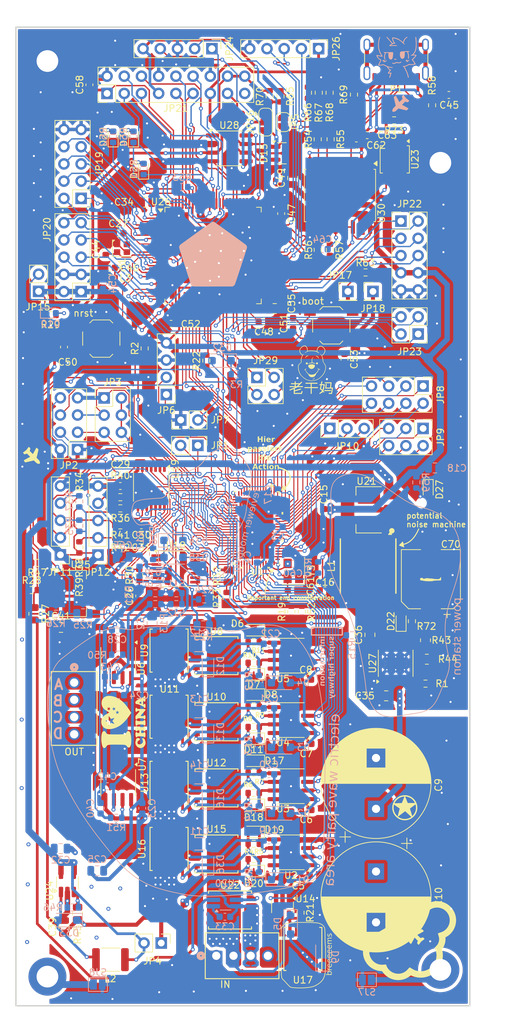
<source format=kicad_pcb>
(kicad_pcb
	(version 20241229)
	(generator "pcbnew")
	(generator_version "9.0")
	(general
		(thickness 1.6)
		(legacy_teardrops no)
	)
	(paper "A4")
	(title_block
		(title "fsim_ff")
		(date "2025-03-06")
		(rev "1")
		(company "FaSTTUBe")
	)
	(layers
		(0 "F.Cu" signal)
		(4 "In1.Cu" signal)
		(6 "In2.Cu" signal)
		(2 "B.Cu" signal)
		(9 "F.Adhes" user "F.Adhesive")
		(11 "B.Adhes" user "B.Adhesive")
		(13 "F.Paste" user)
		(15 "B.Paste" user)
		(5 "F.SilkS" user "F.Silkscreen")
		(7 "B.SilkS" user "B.Silkscreen")
		(1 "F.Mask" user)
		(3 "B.Mask" user)
		(17 "Dwgs.User" user "User.Drawings")
		(19 "Cmts.User" user "User.Comments")
		(21 "Eco1.User" user "User.Eco1")
		(23 "Eco2.User" user "User.Eco2")
		(25 "Edge.Cuts" user)
		(27 "Margin" user)
		(31 "F.CrtYd" user "F.Courtyard")
		(29 "B.CrtYd" user "B.Courtyard")
		(35 "F.Fab" user)
		(33 "B.Fab" user)
		(39 "User.1" user)
		(41 "User.2" user)
		(43 "User.3" user)
		(45 "User.4" user)
	)
	(setup
		(stackup
			(layer "F.SilkS"
				(type "Top Silk Screen")
			)
			(layer "F.Paste"
				(type "Top Solder Paste")
			)
			(layer "F.Mask"
				(type "Top Solder Mask")
				(thickness 0.01)
			)
			(layer "F.Cu"
				(type "copper")
				(thickness 0.035)
			)
			(layer "dielectric 1"
				(type "prepreg")
				(thickness 0.1)
				(material "FR4")
				(epsilon_r 4.5)
				(loss_tangent 0.02)
			)
			(layer "In1.Cu"
				(type "copper")
				(thickness 0.035)
			)
			(layer "dielectric 2"
				(type "core")
				(thickness 1.24)
				(material "FR4")
				(epsilon_r 4.5)
				(loss_tangent 0.02)
			)
			(layer "In2.Cu"
				(type "copper")
				(thickness 0.035)
			)
			(layer "dielectric 3"
				(type "prepreg")
				(thickness 0.1)
				(material "FR4")
				(epsilon_r 4.5)
				(loss_tangent 0.02)
			)
			(layer "B.Cu"
				(type "copper")
				(thickness 0.035)
			)
			(layer "B.Mask"
				(type "Bottom Solder Mask")
				(thickness 0.01)
			)
			(layer "B.Paste"
				(type "Bottom Solder Paste")
			)
			(layer "B.SilkS"
				(type "Bottom Silk Screen")
			)
			(copper_finish "None")
			(dielectric_constraints no)
		)
		(pad_to_mask_clearance 0)
		(allow_soldermask_bridges_in_footprints no)
		(tenting front back)
		(pcbplotparams
			(layerselection 0x00000000_00000000_55555555_5755f5ff)
			(plot_on_all_layers_selection 0x00000000_00000000_00000000_00000000)
			(disableapertmacros no)
			(usegerberextensions no)
			(usegerberattributes yes)
			(usegerberadvancedattributes yes)
			(creategerberjobfile yes)
			(dashed_line_dash_ratio 12.000000)
			(dashed_line_gap_ratio 3.000000)
			(svgprecision 4)
			(plotframeref no)
			(mode 1)
			(useauxorigin no)
			(hpglpennumber 1)
			(hpglpenspeed 20)
			(hpglpendiameter 15.000000)
			(pdf_front_fp_property_popups yes)
			(pdf_back_fp_property_popups yes)
			(pdf_metadata yes)
			(pdf_single_document no)
			(dxfpolygonmode yes)
			(dxfimperialunits yes)
			(dxfusepcbnewfont yes)
			(psnegative no)
			(psa4output no)
			(plot_black_and_white yes)
			(plotinvisibletext no)
			(sketchpadsonfab no)
			(plotpadnumbers no)
			(hidednponfab no)
			(sketchdnponfab yes)
			(crossoutdnponfab yes)
			(subtractmaskfromsilk no)
			(outputformat 1)
			(mirror no)
			(drillshape 0)
			(scaleselection 1)
			(outputdirectory "C:/Users/georg/Downloads/fsimff_v0.1/")
		)
	)
	(net 0 "")
	(net 1 "GND")
	(net 2 "+3V3")
	(net 3 "+5V")
	(net 4 "Net-(U30-PDEN)")
	(net 5 "/brains/GND_USB")
	(net 6 "Net-(P1-CC)")
	(net 7 "Net-(P1-VCONN)")
	(net 8 "Net-(U1B-VCCCORE1)")
	(net 9 "5V_SENSE")
	(net 10 "GNDA")
	(net 11 "V_GD")
	(net 12 "GNDI")
	(net 13 "Net-(U27-SW)")
	(net 14 "Net-(D32-A)")
	(net 15 "V+")
	(net 16 "MOT_D")
	(net 17 "MOT_B")
	(net 18 "2.5V_REF")
	(net 19 "/brains/OSC+")
	(net 20 "Net-(U20-VCAP)")
	(net 21 "V_MOT_IN")
	(net 22 "Net-(U27-BST)")
	(net 23 "Net-(D33-A)")
	(net 24 "Net-(D22-K)")
	(net 25 "Net-(U7-VREF)")
	(net 26 "Net-(U6-VREF)")
	(net 27 "/brains/OSC-")
	(net 28 "/brains/USB_SHIELD")
	(net 29 "/brains/VDDA")
	(net 30 "Net-(U26C-VCAP_2)")
	(net 31 "Net-(U26C-VCAP_1)")
	(net 32 "/brains/BUTTON_A")
	(net 33 "/brains/E_STOP")
	(net 34 "/brains/USB_VBUS_IN")
	(net 35 "Net-(D27-A)")
	(net 36 "Net-(D28-A)")
	(net 37 "Net-(D29-A)")
	(net 38 "Net-(D30-A)")
	(net 39 "ENO")
	(net 40 "AGPI_A")
	(net 41 "AENC_WY_N")
	(net 42 "AENC_UX_N")
	(net 43 "AENC_WY")
	(net 44 "AENC_VN")
	(net 45 "AENC_UX")
	(net 46 "AENC_VN_N")
	(net 47 "ENABLE")
	(net 48 "GPIO0")
	(net 49 "GPIO3")
	(net 50 "GPIO2")
	(net 51 "GPIO4")
	(net 52 "GPIO6")
	(net 53 "GPIO7")
	(net 54 "GPIO1")
	(net 55 "GPIO5")
	(net 56 "Net-(JP12-Pin_2)")
	(net 57 "Net-(JP12-Pin_4)")
	(net 58 "Net-(JP12-Pin_3)")
	(net 59 "/brains/BOOT0")
	(net 60 "/brains/DIN4")
	(net 61 "/brains/DIN3")
	(net 62 "/brains/DIN7")
	(net 63 "/brains/DIN6")
	(net 64 "/brains/DIN5")
	(net 65 "/brains/DIN2")
	(net 66 "/brains/DIN1")
	(net 67 "/brains/DIN0")
	(net 68 "/brains/AIN4")
	(net 69 "/brains/AIN1")
	(net 70 "/brains/AIN3")
	(net 71 "/brains/AIN5")
	(net 72 "/brains/AIN2")
	(net 73 "/brains/AIN0")
	(net 74 "/brains/CANL")
	(net 75 "unconnected-(U26A-PD3-Pad84)")
	(net 76 "/brains/SWO")
	(net 77 "/brains/UART1_TX")
	(net 78 "/brains/UART1_RX")
	(net 79 "unconnected-(U26A-PD2-Pad83)")
	(net 80 "/brains/GPIO2")
	(net 81 "/brains/GPIO1")
	(net 82 "/brains/I2C_SDA")
	(net 83 "/brains/GPIO3")
	(net 84 "/brains/I2C_SCL")
	(net 85 "unconnected-(U26A-PC11-Pad79)")
	(net 86 "unconnected-(U26A-PC12-Pad80)")
	(net 87 "unconnected-(JP21-Pin_17-Pad17)")
	(net 88 "/brains/CANH")
	(net 89 "unconnected-(U26A-PC10-Pad78)")
	(net 90 "unconnected-(U26A-PA15-Pad77)")
	(net 91 "/brains/SPI2_SCK")
	(net 92 "/brains/SPI2_MISO")
	(net 93 "/brains/SPI2_MOSI")
	(net 94 "/brains/SPI2_SS3")
	(net 95 "/brains/SPI2_SS2")
	(net 96 "/brains/SPI2_SS")
	(net 97 "/brains/GPIO7")
	(net 98 "/brains/GPIO6")
	(net 99 "/brains/GPIO8")
	(net 100 "/brains/GPIO5")
	(net 101 "/brains/PWM2")
	(net 102 "/brains/PWM4")
	(net 103 "/brains/PWM3")
	(net 104 "/brains/PWM1")
	(net 105 "/brains/SWDIO")
	(net 106 "/brains/SWCLK")
	(net 107 "BRAKE_RES_COMP")
	(net 108 "BRAKE_CTRL_EXT")
	(net 109 "2.5V_REF_RAW")
	(net 110 "Net-(U27-RON)")
	(net 111 "Net-(U24-FB)")
	(net 112 "Net-(U6-VOUT)")
	(net 113 "Net-(U7-VOUT)")
	(net 114 "Net-(U30-UD+)")
	(net 115 "Net-(U30-UD-)")
	(net 116 "Net-(U30-DD+)")
	(net 117 "/brains/LED1")
	(net 118 "/brains/LED2")
	(net 119 "/brains/LED3")
	(net 120 "/brains/CAN_S")
	(net 121 "unconnected-(U26A-PD14-Pad61)")
	(net 122 "unconnected-(U26A-PD11-Pad58)")
	(net 123 "unconnected-(U26A-PD10-Pad57)")
	(net 124 "unconnected-(U26B-PE15-Pad46)")
	(net 125 "unconnected-(U26A-PD12-Pad59)")
	(net 126 "/brains/CAN_RX")
	(net 127 "unconnected-(U26A-PC9-Pad66)")
	(net 128 "/brains/USB_D-")
	(net 129 "unconnected-(U26A-PA10-Pad69)")
	(net 130 "unconnected-(U26A-PA8-Pad67)")
	(net 131 "/brains/CAN_TX")
	(net 132 "unconnected-(U26A-PC8-Pad65)")
	(net 133 "unconnected-(U26A-PD13-Pad60)")
	(net 134 "/brains/USB_D+")
	(net 135 "UART_RX")
	(net 136 "Net-(D1-K)")
	(net 137 "REF_L")
	(net 138 "ENC2_A")
	(net 139 "HALL_V")
	(net 140 "HALL_WY")
	(net 141 "ENC_B")
	(net 142 "DIR")
	(net 143 "ENC_Z")
	(net 144 "PWM_I")
	(net 145 "V_INT_TMC")
	(net 146 "MISO")
	(net 147 "ENC2_Z")
	(net 148 "ENC2_B")
	(net 149 "MOSI")
	(net 150 "SCK")
	(net 151 "UART_TX")
	(net 152 "REF_R")
	(net 153 "REF_H")
	(net 154 "AGPI_B")
	(net 155 "ENC_A")
	(net 156 "HALL_UX")
	(net 157 "CS_TMC")
	(net 158 "STEP")
	(net 159 "NRST")
	(net 160 "DRV_FLAG")
	(net 161 "DRV_EN")
	(net 162 "V_INT")
	(net 163 "V_EXT")
	(net 164 "unconnected-(U26A-PB0-Pad35)")
	(net 165 "unconnected-(U26A-PB1-Pad36)")
	(net 166 "GPIO_DRV")
	(net 167 "/brains/ENC_Z")
	(net 168 "/brains/ENC_A")
	(net 169 "/brains/ENC_B")
	(net 170 "Net-(D2-K)")
	(net 171 "Net-(D3-K)")
	(net 172 "Net-(D4-K)")
	(net 173 "RES_FET")
	(net 174 "Net-(D10-A)")
	(net 175 "Net-(D6-K)")
	(net 176 "Net-(D7-K)")
	(net 177 "Net-(D8-K)")
	(net 178 "Net-(D11-K)")
	(net 179 "Net-(D17-K)")
	(net 180 "Net-(D18-K)")
	(net 181 "Net-(D19-K)")
	(net 182 "Net-(D20-K)")
	(net 183 "unconnected-(Y3-ENABLE-Pad1)")
	(net 184 "Net-(H3-Pad1)")
	(net 185 "Net-(H4-Pad1)")
	(net 186 "MOT_A_OUT")
	(net 187 "MOT_C_OUT")
	(net 188 "/brains/USB_D+_IS")
	(net 189 "/brains/USB_D-_IS")
	(net 190 "Net-(U30-DD-)")
	(net 191 "USB_VBUS")
	(net 192 "/driver/MOT_C")
	(net 193 "/driver/MOT_A")
	(net 194 "/driver/SENSE_A")
	(net 195 "/connectivity/HALL_UX_5V")
	(net 196 "/connectivity/HALL_V_5V")
	(net 197 "/connectivity/HALL_WY_5V")
	(net 198 "/driver/SENSE_C")
	(net 199 "/driver/CLK_25M")
	(net 200 "/driver/G_LS_A")
	(net 201 "/driver/G_HS_A")
	(net 202 "/driver/G_LS_B")
	(net 203 "/driver/G_HS_B")
	(net 204 "/driver/G_HS_C")
	(net 205 "/driver/G_LS_C")
	(net 206 "/driver/G_LS_D")
	(net 207 "/driver/G_HS_D")
	(net 208 "/driver/BRAKE_CTRL")
	(net 209 "/driver/BRAKE_CTRL_TMC")
	(net 210 "/connectivity/ENC_B_5V")
	(net 211 "/connectivity/ENC_Z_5V")
	(net 212 "/connectivity/ENC_A_5V")
	(net 213 "/driver/2.5V_REF_C")
	(net 214 "/driver/2.5V_REF_A")
	(net 215 "/driver/BRAKE_GATE")
	(net 216 "/connectivity/V_INT_TMC_RAW")
	(net 217 "/connectivity/TH_FET")
	(net 218 "/connectivity/BRAKE_RES_TH")
	(net 219 "/driver/C_HS_C")
	(net 220 "/driver/C_LS_B")
	(net 221 "/driver/C_LS_D")
	(net 222 "/driver/C_LS_C")
	(net 223 "/driver/C_LS_A")
	(net 224 "/driver/C_HS_A")
	(net 225 "/driver/C_HS_D")
	(net 226 "/driver/C_HS_B")
	(net 227 "/powersupply/INPUT_GATE")
	(net 228 "/brains/VREF")
	(net 229 "Net-(JP16-B)")
	(net 230 "Net-(JP5-C)")
	(net 231 "Net-(U27-FB)")
	(net 232 "Net-(U27-PGOOD)")
	(net 233 "Net-(R73-Pad2)")
	(footprint "Capacitor_SMD:CP_Elec_8x10.5" (layer "F.Cu") (at 124.6 119.4 90))
	(footprint "Capacitor_SMD:C_0603_1608Metric" (layer "F.Cu") (at 76.6 70.8 -90))
	(footprint "Resistor_SMD:R_0805_2012Metric" (layer "F.Cu") (at 124 131.2 180))
	(footprint "LOGO" (layer "F.Cu") (at 92.45 71.45))
	(footprint "Connector_PinHeader_2.54mm:PinHeader_1x01_P2.54mm_Vertical" (layer "F.Cu") (at 112.35 76.975))
	(footprint "Capacitor_THT:CP_Radial_D16.0mm_P7.50mm" (layer "F.Cu") (at 116.5 153.262755 90))
	(footprint "Button_Switch_SMD:SW_SPST_TL3342" (layer "F.Cu") (at 75.95 83.925))
	(footprint "Connector_PinHeader_2.54mm:PinHeader_2x05_P2.54mm_Vertical" (layer "F.Cu") (at 72.975 77 180))
	(footprint "Diode_SMD:D_SOD-323F" (layer "F.Cu") (at 98.45 162.425 180))
	(footprint "Resistor_SMD:R_0805_2012Metric" (layer "F.Cu") (at 72.45 168.675 -90))
	(footprint "LED_SMD:LED_0603_1608Metric" (layer "F.Cu") (at 82.2 58.925 90))
	(footprint "Resistor_SMD:R_0603_1608Metric" (layer "F.Cu") (at 113.25 47.95 90))
	(footprint "Resistor_SMD:R_0603_1608Metric" (layer "F.Cu") (at 94.45 122.175 90))
	(footprint "Package_TO_SOT_SMD:SOT-23-5_HandSoldering" (layer "F.Cu") (at 70.95 164.175 90))
	(footprint "LOGO" (layer "F.Cu") (at 120.15 49.25 180))
	(footprint "Connector_PinHeader_2.54mm:PinHeader_1x05_P2.54mm_Vertical" (layer "F.Cu") (at 92.275 41.175 -90))
	(footprint "Connector_PinHeader_2.54mm:PinHeader_1x04_P2.54mm_Vertical" (layer "F.Cu") (at 85.55 92.175 180))
	(footprint "Capacitor_THT:CP_Radial_D16.0mm_P7.50mm"
		(layer "F.Cu")
		(uuid "150f2595-6fa8-4c81-a751-43eb88e7a6f2")
		(at 116.5 162.5 -90)
		(descr "CP, Radial series, Radial, pin pitch=7.50mm, , diameter=16mm, Electrolytic Capacitor")
		(tags "CP Radial series Radial pin pitch 7.50mm  diameter 16mm Electrolytic Capacitor")
		(property "Reference" "C10"
			(at 3.75 -9.25 90)
			(layer "F.SilkS")
			(uuid "001c2586-c2b5-47db-b2e0-3c80586dbd77")
			(effects
				(font
					(size 1 1)
					(thickness 0.15)
				)
			)
		)
		(property "Value" "680uF"
			(at 3.75 9.25 90)
			(layer "F.Fab")
			(uuid "57427020-4436-4e3b-a0fd-23d368953a7c")
			(effects
				(font
					(size 1 1)
					(thickness 0.15)
				)
			)
		)
		(property "Datasheet" ""
			(at 0 0 270)
			(unlocked yes)
			(layer "F.Fab")
			(hide yes)
			(uuid "443d9bdb-7df0-4e2c-8f3e-4da543efbace")
			(effects
				(font
					(size 1.27 1.27)
					(thickness 0.15)
				)
			)
		)
		(property "Description" "Polarized capacitor"
			(at 0 0 270)
			(unlocked yes)
			(layer "F.Fab")
			(hide yes)
			(uuid "e5263740-0d28-4fa1-9e6e-703599ac163b")
			(effects
				(font
					(size 1.27 1.27)
					(thickness 0.15)
				)
			)
		)
		(property ki_fp_filters "CP_*")
		(path "/9ba6eb33-b9b4-4ffb-a0a4-9bdfa5f117d9/de14394b-5ce8-448e-b747-ee0df7bd6021")
		(sheetname "/driver/")
		(sheetfile "motor_board_tmc_1.kicad_sch")
		(attr through_hole)
		(fp_line
			(start 6.071 1.44)
			(end 6.071 7.742)
			(stroke
				(width 0.12)
				(type solid)
			)
			(layer "F.SilkS")
			(uuid "a5eae973-0997-4891-aec9-8f74184729d5")
		)
		(fp_line
			(start 6.111 1.44)
			(end 6.111 7.73)
			(stroke
				(width 0.12)
				(type solid)
			)
			(layer "F.SilkS")
			(uuid "ecea6b82-75b5-4312-98e2-53024e23ab94")
		)
		(fp_line
			(start 6.151 1.44)
			(end 6.151 7.718)
			(stroke
				(width 0.12)
				(type solid)
			)
			(layer "F.SilkS")
			(uuid "270fd885-35ea-40f5-822e-7fb30ab0d9bb")
		)
		(fp_line
			(start 6.191 1.44)
			(end 6.191 7.705)
			(stroke
				(width 0.12)
				(type solid)
			)
			(layer "F.SilkS")
			(uuid "17e4822e-7b08-49b6-9ca6-3b5ad35d2944")
		)
		(fp_line
			(start 6.231 1.44)
			(end 6.231 7.693)
			(stroke
				(width 0.12)
				(type solid)
			)
			(layer "F.SilkS")
			(uuid "bdcc89c7-7a21-45f3-9afe-fc3431f6c2aa")
		)
		(fp_line
			(start 6.271 1.44)
			(end 6.271 7.68)
			(stroke
				(width 0.12)
				(type solid)
			)
			(layer "F.SilkS")
			(uuid "4b536138-6e14-4a3d-acff-b86cbb19236b")
		)
		(fp_line
			(start 6.311 1.44)
			(end 6.311 7.666)
			(stroke
				(width 0.12)
				(type solid)
			)
			(layer "F.SilkS")
			(uuid "403758bb-296c-489c-8c79-42e6b32d7e9d")
		)
		(fp_line
			(start 6.351 1.44)
			(end 6.351 7.653)
			(stroke
				(width 0.12)
				(type solid)
			)
			(layer "F.SilkS")
			(uuid "fe432966-1b14-4844-aa4e-014b0351aac0")
		)
		(fp_line
			(start 6.391 1.44)
			(end 6.391 7.639)
			(stroke
				(width 0.12)
				(type solid)
			)
			(layer "F.SilkS")
			(uuid "7482afae-8b5e-42a5-8848-05c41a3834eb")
		)
		(fp_line
			(start 6.431 1.44)
			(end 6.431 7.625)
			(stroke
				(width 0.12)
				(type solid)
			)
			(layer "F.SilkS")
			(uuid "d3293ed8-9044-4b2c-9e46-41395919bc5a")
		)
		(fp_line
			(start 6.471 1.44)
			(end 6.471 7.611)
			(stroke
				(width 0.12)
				(type solid)
			)
			(layer "F.SilkS")
			(uuid "09125ee8-0e38-4040-a33d-ce29106e63d8")
		)
		(fp_line
			(start 6.511 1.44)
			(end 6.511 7.597)
			(stroke
				(width 0.12)
				(type solid)
			)
			(layer "F.SilkS")
			(uuid "942501c2-f4c2-41ea-b301-973325c04310")
		)
		(fp_line
			(start 6.551 1.44)
			(end 6.551 7.582)
			(stroke
				(width 0.12)
				(type solid)
			)
			(layer "F.SilkS")
			(uuid "68ff9f37-fa1d-4d2b-b079-7489762e551c")
		)
		(fp_line
			(start 6.591 1.44)
			(end 6.591 7.568)
			(stroke
				(width 0.12)
				(type solid)
			)
			(layer "F.SilkS")
			(uuid "ccac8cd0-80d0-4345-a145-39d34d769088")
		)
		(fp_line
			(start 6.631 1.44)
			(end 6.631 7.553)
			(stroke
				(width 0.12)
				(type solid)
			)
			(layer "F.SilkS")
			(uuid "a64d126e-86cf-4ebe-8c50-20c4d4d913ed")
		)
		(fp_line
			(start 6.671 1.44)
			(end 6.671 7.537)
			(stroke
				(width 0.12)
				(type solid)
			)
			(layer "F.SilkS")
			(uuid "73d78213-4ef2-4729-a72d-01c5bccbdb2e")
		)
		(fp_line
			(start 6.711 1.44)
			(end 6.711 7.522)
			(stroke
				(width 0.12)
				(type solid)
			)
			(layer "F.SilkS")
			(uuid "69193556-29a1-49d3-aa31-3770a8c4d79d")
		)
		(fp_line
			(start 6.751 1.44)
			(end 6.751 7.506)
			(stroke
				(width 0.12)
				(type solid)
			)
			(layer "F.SilkS")
			(uuid "e55b6141-3b83-4147-a34b-46926632b7e2")
		)
		(fp_line
			(start 6.791 1.44)
			(end 6.791 7.49)
			(stroke
				(width 0.12)
				(type solid)
			)
			(layer "F.SilkS")
			(uuid "e31b64fe-588c-4a72-941d-e9d670572a6e")
		)
		(fp_line
			(start 6.831 1.44)
			(end 6.831 7.474)
			(stroke
				(width 0.12)
				(type solid)
			)
			(layer "F.SilkS")
			(uuid "81a770e3-ad7b-408a-93a6-e65b627e787f")
		)
		(fp_line
			(start 6.871 1.44)
			(end 6.871 7.457)
			(stroke
				(width 0.12)
				(type solid)
			)
			(layer "F.SilkS")
			(uuid "0710183a-44ab-4e98-837c-c6bc627ab7d8")
		)
		(fp_line
			(start 6.911 1.44)
			(end 6.911 7.44)
			(stroke
				(width 0.12)
				(type solid)
			)
			(layer "F.SilkS")
			(uuid "62672cc8-3592-4857-9957-a5676106c91d")
		)
		(fp_line
			(start 6.951 1.44)
			(end 6.951 7.423)
			(stroke
				(width 0.12)
				(type solid)
			)
			(layer "F.SilkS")
			(uuid "1e3ab7c4-6ec5-4c1c-83c7-2eae8ed19f44")
		)
		(fp_line
			(start 6.991 1.44)
			(end 6.991 7.406)
			(stroke
				(width 0.12)
				(type solid)
			)
			(layer "F.SilkS")
			(uuid "41dcaf77-3b7c-4c70-b240-e08b82cbdf14")
		)
		(fp_line
			(start 7.031 1.44)
			(end 7.031 7.389)
			(stroke
				(width 0.12)
				(type solid)
			)
			(layer "F.SilkS")
			(uuid "47ba52fe-ee18-44f8-9280-815f0f6543fc")
		)
		(fp_line
			(start 7.071 1.44)
			(end 7.071 7.371)
			(stroke
				(width 0.12)
				(type solid)
			)
			(layer "F.SilkS")
			(uuid "1767b77e-d3bd-43d0-bfe6-f8b76d91a4d8")
		)
		(fp_line
			(start 7.111 1.44)
			(end 7.111 7.353)
			(stroke
				(width 0.12)
				(type solid)
			)
			(layer "F.SilkS")
			(uuid "a3fc06cc-b0ee-4f8f-8112-051a0f98605c")
		)
		(fp_line
			(start 7.151 1.44)
			(end 7.151 7.334)
			(stroke
				(width 0.12)
				(type solid)
			)
			(layer "F.SilkS")
			(uuid "9f9e8c48-25aa-45c4-9fcc-b36f5d41dfbe")
		)
		(fp_line
			(start 7.191 1.44)
			(end 7.191 7.316)
			(stroke
				(width 0.12)
				(type solid)
			)
			(layer "F.SilkS")
			(uuid "ef8790b6-b5d4-4edd-a552-cdf0ead46efa")
		)
		(fp_line
			(start 7.231 1.44)
			(end 7.231 7.297)
			(stroke
				(width 0.12)
				(type solid)
			)
			(layer "F.SilkS")
			(uuid "936d0fe8-d461-4efa-bc13-11c8241b1480")
		)
		(fp_line
			(start 7.271 1.44)
			(end 7.271 7.278)
			(stroke
				(width 0.12)
				(type solid)
			)
			(layer "F.SilkS")
			(uuid "65e9e014-9542-4770-93c4-b65130aa3ce3")
		)
		(fp_line
			(start 7.311 1.44)
			(end 7.311 7.258)
			(stroke
				(width 0.12)
				(type solid)
			)
			(layer "F.SilkS")
			(uuid "b17bcb37-273c-4f1e-98a1-75fb4b52941f")
		)
		(fp_line
			(start 7.351 1.44)
			(end 7.351 7.239)
			(stroke
				(width 0.12)
				(type solid)
			)
			(layer "F.SilkS")
			(uuid "1ba6c8ab-ede0-4309-8c5e-c71527d5efad")
		)
		(fp_line
			(start 7.391 1.44)
			(end 7.391 7.219)
			(stroke
				(width 0.12)
				(type solid)
			)
			(layer "F.SilkS")
			(uuid "22ec6020-244d-4db1-8af1-646934772b05")
		)
		(fp_line
			(start 7.431 1.44)
			(end 7.431 7.199)
			(stroke
				(width 0.12)
				(type solid)
			)
			(layer "F.SilkS")
			(uuid "45516d42-613f-42ee-ab61-7b42cd06e5e5")
		)
		(fp_line
			(start 7.471 1.44)
			(end 7.471 7.178)
			(stroke
				(width 0.12)
				(type solid)
			)
			(layer "F.SilkS")
			(uuid "377ad6b8-f147-4526-ac24-36bf0884d9c1")
		)
		(fp_line
			(start 7.511 1.44)
			(end 7.511 7.157)
			(stroke
				(width 0.12)
				(type solid)
			)
			(layer "F.SilkS")
			(uuid "63e23690-6edc-4089-bfa2-4725e28b2f44")
		)
		(fp_line
			(start 7.551 1.44)
			(end 7.551 7.136)
			(stroke
				(width 0.12)
				(type solid)
			)
			(layer "F.SilkS")
			(uuid "48f96d89-4cff-4f1c-8ec1-66c026b636f8")
		)
		(fp_line
			(start 7.591 1.44)
			(end 7.591 7.115)
			(stroke
				(width 0.12)
				(type solid)
			)
			(layer "F.SilkS")
			(uuid "9e922bd1-37a8-40ca-a8ec-f6e68c396845")
		)
		(fp_line
			(start 7.631 1.44)
			(end 7.631 7.094)
			(stroke
				(width 0.12)
				(type solid)
			)
			(layer "F.SilkS")
			(uuid "ded055ef-20b0-45b4-9ceb-ebee077eec16")
		)
		(fp_line
			(start 7.671 1.44)
			(end 7.671 7.072)
			(stroke
				(width 0.12)
				(type solid)
			)
			(layer "F.SilkS")
			(uuid "2228aa31-02e4-4e5b-8f1f-544af0f06cc5")
		)
		(fp_line
			(start 7.711 1.44)
			(end 7.711 7.049)
			(stroke
				(width 0.12)
				(type solid)
			)
			(layer "F.SilkS")
			(uuid "0f2e8535-43b9-41cd-a549-9981be3f5308")
		)
		(fp_line
			(start 7.751 1.44)
			(end 7.751 7.027)
			(stroke
				(width 0.12)
				(type solid)
			)
			(layer "F.SilkS")
			(uuid "8fcc4b7e-95d1-4d33-9599-dbe67f99e96b")
		)
		(fp_line
			(start 7.791 1.44)
			(end 7.791 7.004)
			(stroke
				(width 0.12)
				(type solid)
			)
			(layer "F.SilkS")
			(uuid "f21c620d-a694-4cec-88c5-1d4d9df823ed")
		)
		(fp_line
			(start 7.831 1.44)
			(end 7.831 6.981)
			(stroke
				(width 0.12)
				(type solid)
			)
			(layer "F.SilkS")
			(uuid "96bcbc0c-ef55-4d69-a9a6-01262c10600b")
		)
		(fp_line
			(start 7.871 1.44)
			(end 7.871 6.958)
			(stroke
				(width 0.12)
				(type solid)
			)
			(layer "F.SilkS")
			(uuid "ee111041-ba32-4198-8c73-566094244fc1")
		)
		(fp_line
			(start 7.911 1.44)
			(end 7.911 6.934)
			(stroke
				(width 0.12)
				(type solid)
			)
			(layer "F.SilkS")
			(uuid "fca5d5c8-656f-47b9-96f8-29376185962b")
		)
		(fp_line
			(start 7.951 1.44)
			(end 7.951 6.91)
			(stroke
				(width 0.12)
				(type solid)
			)
			(layer "F.SilkS")
			(uuid "d595d7ba-4316-434f-84f4-cffccb2800b1")
		)
		(fp_line
			(start 7.991 1.44)
			(end 7.991 6.886)
			(stroke
				(width 0.12)
				(type solid)
			)
			(layer "F.SilkS")
			(uuid "882b9196-9438-4b80-9913-3d9e5ca7b113")
		)
		(fp_line
			(start 8.031 1.44)
			(end 8.031 6.861)
			(stroke
				(width 0.12)
				(type solid)
			)
			(layer "F.SilkS")
			(uuid "96df1366-87b8-4ce7-a7ff-6bfd1c82957e")
		)
		(fp_line
			(start 8.071 1.44)
			(end 8.071 6.836)
			(stroke
				(width 0.12)
				(type solid)
			)
			(layer "F.SilkS")
			(uuid "a7549ed4-99e5-4330-8032-f862340e7f98")
		)
		(fp_line
			(start 8.111 1.44)
			(end 8.111 6.811)
			(stroke
				(width 0.12)
				(type solid)
			)
			(layer "F.SilkS")
			(uuid "01829abb-d7ec-4c45-ba16-680d67d105aa")
		)
		(fp_line
			(start 8.151 1.44)
			(end 8.151 6.785)
			(stroke
				(width 0.12)
				(type solid)
			)
			(layer "F.SilkS")
			(uuid "30aca72f-ad35-439b-9e50-bd91b6d46d66")
		)
		(fp_line
			(start 8.191 1.44)
			(end 8.191 6.759)
			(stroke
				(width 0.12)
				(type solid)
			)
			(layer "F.SilkS")
			(uuid "5722e884-a384-44cd-abcd-096d17604fd5")
		)
		(fp_line
			(start 8.231 1.44)
			(end 8.231 6.733)
			(stroke
				(width 0.12)
				(type solid)
			)
			(layer "F.SilkS")
			(uuid "0982da6f-4e7b-4929-bb34-5b7085c1912f")
		)
		(fp_line
			(start 8.271 1.44)
			(end 8.271 6.706)
			(stroke
				(width 0.12)
				(type solid)
			)
			(layer "F.SilkS")
			(uuid "31665798-6fef-4fcf-a232-0e7f3d293af2")
		)
		(fp_line
			(start 8.311 1.44)
			(end 8.311 6.679)
			(stroke
				(width 0.12)
				(type solid)
			)
			(layer "F.SilkS")
			(uuid "b12bf065-094a-4ad2-aaf5-369d3747f961")
		)
		(fp_line
			(start 8.351 1.44)
			(end 8.351 6.652)
			(stroke
				(width 0.12)
				(type solid)
			)
			(layer "F.SilkS")
			(uuid "19cd9ee0-1c7b-4dd8-b06d-25b467d3fe8e")
		)
		(fp_line
			(start 8.391 1.44)
			(end 8.391 6.624)
			(stroke
				(width 0.12)
				(type solid)
			)
			(layer "F.SilkS")
			(uuid "4c9ea3dc-9b4d-4f21-b500-3391139aaa82")
		)
		(fp_line
			(start 8.431 1.44)
			(end 8.431 6.596)
			(stroke
				(width 0.12)
				(type solid)
			)
			(layer "F.SilkS")
			(uuid "624fdd6d-ff61-4e64-9569-dd14b10cb99e")
		)
		(fp_line
			(start 8.471 1.44)
			(end 8.471 6.568)
			(stroke
				(width 0.12)
				(type solid)
			)
			(layer "F.SilkS")
			(uuid "a41800c5-a944-4aab-ae23-43444d31c334")
		)
		(fp_line
			(start 8.511 1.44)
			(end 8.511 6.539)
			(stroke
				(width 0.12)
				(type solid)
			)
			(layer "F.SilkS")
			(uuid "1256bd7e-1b61-4ac3-b7ea-9d6bd62e8cad")
		)
		(fp_line
			(start 8.551 1.44)
			(end 8.551 6.51)
			(stroke
				(width 0.12)
				(type solid)
			)
			(layer "F.SilkS")
			(uuid "4e2970ec-8978-45d9-a131-82f7a775ecdb")
		)
		(fp_line
			(start 8.591 1.44)
			(end 8.591 6.48)
			(stroke
				(width 0.12)
				(type solid)
			)
			(layer "F.SilkS")
			(uuid "28389a5d-22d5-4415-8c0f-bcb735807efc")
		)
		(fp_line
			(start 8.631 1.44)
			(end 8.631 6.45)
			(stroke
				(width 0.12)
				(type solid)
			)
			(layer "F.SilkS")
			(uuid "fa93402c-ff45-43cf-828b-fba624f48fd8")
		)
		(fp_line
			(start 8.671 1.44)
			(end 8.671 6.42)
			(stroke
				(width 0.12)
				(type solid)
			)
			(layer "F.SilkS")
			(uuid "c09d1f66-f873-4723-a496-71b750826ece")
		)
		(fp_line
			(start 8.711 1.44)
			(end 8.711 6.39)
			(stroke
				(width 0.12)
				(type solid)
			)
			(layer "F.SilkS")
			(uuid "554970c5-97e1-4b70-8a33-d0e93a8c8ee5")
		)
		(fp_line
			(start 8.751 1.44)
			(end 8.751 6.358)
			(stroke
				(width 0.12)
				(type solid)
			)
			(layer "F.SilkS")
			(uuid "e191dfee-ab72-4901-8c70-fa5b41e5a332")
		)
		(fp_line
			(start 8.791 1.44)
			(end 8.791 6.327)
			(stroke
				(width 0.12)
				(type solid)
			)
			(layer "F.SilkS")
			(uuid "6f9d0517-5437-416b-8709-8e4ccddc0d80")
		)
		(fp_line
			(start 8.831 1.44)
			(end 8.831 6.295)
			(stroke
				(width 0.12)
				(type solid)
			)
			(layer "F.SilkS")
			(uuid "368477a2-dd7f-4ee7-8c85-591d3b759625")
		)
		(fp_line
			(start 8.871 1.44)
			(end 8.871 6.263)
			(stroke
				(width 0.12)
				(type solid)
			)
			(layer "F.SilkS")
			(uuid "b339b572-8d87-45d7-b2fd-7a55318379ab")
		)
		(fp_line
			(start 8.911 1.44)
			(end 8.911 6.23)
			(stroke
				(width 0.12)
				(type solid)
			)
			(layer "F.SilkS")
			(uuid "c3eb148c-f79a-4958-a135-bd134225bcf0")
		)
		(fp_line
			(start 11.831 -0.765)
			(end 11.831 0.765)
			(stroke
				(width 0.12)
				(type solid)
			)
			(layer "F.SilkS")
			(uuid "410514f5-ea17-486f-976a-a109ea6b7031")
		)
		(fp_line
			(start 11.791 -1.098)
			(end 11.791 1.098)
			(stroke
				(width 0.12)
				(type solid)
			)
			(layer "F.SilkS")
			(uuid "07a53b29-6d65-4194-8201-d64f34e12a5a")
		)
		(fp_line
			(start 11.751 -1.351)
			(end 11.751 1.351)
			(stroke
				(width 0.12)
				(type solid)
			)
			(layer "F.SilkS")
			(uuid "36ce1133-fef7-4ed6-9761-81a70292883b")
		)
		(fp_line
			(start 11.711 -1.564)
			(end 11.711 1.564)
			(stroke
				(width 0.12)
				(type solid)
			)
			(layer "F.SilkS")
			(uuid "f45897fa-4e9a-4c2b-97af-d4304c16d016")
		)
		(fp_line
			(start 11.671 -1.752)
			(end 11.671 1.752)
			(stroke
				(width 0.12)
				(type solid)
			)
			(layer "F.SilkS")
			(uuid "9f4fdd08-571d-4244-b09c-1393f4d400f2")
		)
		(fp_line
			(start 11.631 -1.92)
			(end 11.631 1.92)
			(stroke
				(width 0.12)
				(type solid)
			)
			(layer "F.SilkS")
			(uuid "c4c4134c-27a4-41b1-8961-bd2171759cde")
		)
		(fp_line
			(start 11.591 -2.074)
			(end 11.591 2.074)
			(stroke
				(width 0.12)
				(type solid)
			)
			(layer "F.SilkS")
			(uuid "fd38c794-6815-4ea9-8a9d-b79180464f81")
		)
		(fp_line
			(start 11.551 -2.218)
			(end 11.551 2.218)
			(stroke
				(width 0.12)
				(type solid)
			)
			(layer "F.SilkS")
			(uuid "60171e6c-fe94-4221-a126-6d41cc88fc0d")
		)
		(fp_line
			(start 11.511 -2.351)
			(end 11.511 2.351)
			(stroke
				(width 0.12)
				(type solid)
			)
			(layer "F.SilkS")
			(uuid "a1dfc0ed-7810-4b22-babc-4c908aa5d2de")
		)
		(fp_line
			(start 11.471 -2.478)
			(end 11.471 2.478)
			(stroke
				(width 0.12)
				(type solid)
			)
			(layer "F.SilkS")
			(uuid "322c46a4-0c34-4ce1-9d42-c18b3e6c75a8")
		)
		(fp_line
			(start 11.431 -2.597)
			(end 11.431 2.597)
			(stroke
				(width 0.12)
				(type solid)
			)
			(layer "F.SilkS")
			(uuid "bd5c7ab0-bd97-4645-9614-08e6e33f50eb")
		)
		(fp_line
			(start 11.391 -2.711)
			(end 11.391 2.711)
			(stroke
				(width 0.12)
				(type solid)
			)
			(layer "F.SilkS")
			(uuid "8d92702b-0e0f-41c1-9cae-ea239dd37366")
		)
		(fp_line
			(start 11.351 -2.82)
			(end 11.351 2.82)
			(stroke
				(width 0.12)
				(type solid)
			)
			(layer "F.SilkS")
			(uuid "cc9006ad-202f-48bb-813f-76d1453c03d7")
		)
		(fp_line
			(start 11.311 -2.924)
			(end 11.311 2.924)
			(stroke
				(width 0.12)
				(type solid)
			)
			(layer "F.SilkS")
			(uuid "3c87c742-4b61-4e16-8445-93a0e1810c00")
		)
		(fp_line
			(start 11.271 -3.024)
			(end 11.271 3.024)
			(stroke
				(width 0.12)
				(type solid)
			)
			(layer "F.SilkS")
			(uuid "38f462ba-ab6c-4a45-8be5-5aa303828d34")
		)
		(fp_line
			(start 11.231 -3.12)
			(end 11.231 3.12)
			(stroke
				(width 0.12)
				(type solid)
			)
			(layer "F.SilkS")
			(uuid "288f1310-841e-4f31-b3e7-92d044943b33")
		)
		(fp_line
			(start 11.191 -3.213)
			(end 11.191 3.213)
			(stroke
				(width 0.12)
				(type solid)
			)
			(layer "F.SilkS")
			(uuid "0d1b1b54-c85e-4371-a86c-d1e5f5c3d277")
		)
		(fp_line
			(start 11.151 -3.303)
			(end 11.151 3.303)
			(stroke
				(width 0.12)
				(type solid)
			)
			(layer "F.SilkS")
			(uuid "2687db12-026b-4488-90d0-5c8b3713bb7c")
		)
		(fp_line
			(start 11.111 -3.39)
			(end 11.111 3.39)
			(stroke
				(width 0.12)
				(type solid)
			)
			(layer "F.SilkS")
			(uuid "9ecd01f0-92d0-48e5-9ddb-6ec6403e93cd")
		)
		(fp_line
			(start 11.071 -3.475)
			(end 11.071 3.475)
			(stroke
				(width 0.12)
				(type solid)
			)
			(layer "F.SilkS")
			(uuid "ced0fc94-029b-4476-abdd-318819b8452e")
		)
		(fp_line
			(start 11.031 -3.557)
			(end 11.031 3.557)
			(stroke
				(width 0.12)
				(type solid)
			)
			(layer "F.SilkS")
			(uuid "0e0e03c4-1b0b-493f-b987-bdc44f80a352")
		)
		(fp_line
			(start 10.991 -3.637)
			(end 10.991 3.637)
			(stroke
				(width 0.12)
				(type solid)
			)
			(layer "F.SilkS")
			(uuid "1a3734b6-ce53-476a-b798-5cf8ef603af0")
		)
		(fp_line
			(start 10.951 -3.715)
			(end 10.951 3.715)
			(stroke
				(width 0.12)
				(type solid)
			)
			(layer "F.SilkS")
			(uuid "1b44b715-7688-4ec1-96aa-fb07eaac2a82")
		)
		(fp_line
			(start 10.911 -3.79)
			(end 10.911 3.79)
			(stroke
				(width 0.12)
				(type solid)
			)
			(layer "F.SilkS")
			(uuid "4e840e57-54fa-4770-b07c-8525d5b7a3d0")
		)
		(fp_line
			(start 10.871 -3.864)
			(end 10.871 3.864)
			(stroke
				(width 0.12)
				(type solid)
			)
			(layer "F.SilkS")
			(uuid "f3a558e7-6aa1-428b-8b41-4cbd9d7976fd")
		)
		(fp_line
			(start 10.831 -3.936)
			(end 10.831 3.936)
			(stroke
				(width 0.12)
				(type solid)
			)
			(layer "F.SilkS")
			(uuid "ef97c9aa-ed17-4ea0-9161-1dd1a4fa60fe")
		)
		(fp_line
			(start 10.791 -4.007)
			(end 10.791 4.007)
			(stroke
				(width 0.12)
				(type solid)
			)
			(layer "F.SilkS")
			(uuid "097f7069-3383-4e4b-a5b7-161397720b8f")
		)
		(fp_line
			(start 10.751 -4.076)
			(end 10.751 4.076)
			(stroke
				(width 0.12)
				(type solid)
			)
			(layer "F.SilkS")
			(uuid "63cacecc-6673-43af-a9fa-d166569fdbad")
		)
		(fp_line
			(start 10.711 -4.143)
			(end 10.711 4.143)
			(stroke
				(width 0.12)
				(type solid)
			)
			(layer "F.SilkS")
			(uuid "686527b7-752e-491e-90ef-9c5f9120a951")
		)
		(fp_line
			(start 10.671 -4.209)
			(end 10.671 4.209)
			(stroke
				(width 0.12)
				(type solid)
			)
			(layer "F.SilkS")
			(uuid "c2718fdb-9fb8-4927-89c1-8c8077c838cb")
		)
		(fp_line
			(start 10.631 -4.273)
			(end 10.631 4.273)
			(stroke
				(width 0.12)
				(type solid)
			)
			(layer "F.SilkS")
			(uuid "08a2634f-4f41-44a9-a34f-0969a54f504d")
		)
		(fp_line
			(start 10.591 -4.336)
			(end 10.591 4.336)
			(stroke
				(width 0.12)
				(type solid)
			)
			(layer "F.SilkS")
			(uuid "311866e9-34a1-43d2-9c71-0b4ee0ff486c")
		)
		(fp_line
			(start 10.551 -4.398)
			(end 10.551 4.398)
			(stroke
				(width 0.12)
				(type solid)
			)
			(layer "F.SilkS")
			(uuid "b651644b-0931-4fdb-8373-2e3269969c0c")
		)
		(fp_line
			(start 10.511 -4.459)
			(end 10.511 4.459)
			(stroke
				(width 0.12)
				(type solid)
			)
			(layer "F.SilkS")
			(uuid "f4c008b3-2fce-48d3-bae4-84f49762f186")
		)
		(fp_line
			(start 10.471 -4.519)
			(end 10.471 4.519)
			(stroke
				(width 0.12)
				(type solid)
			)
			(layer "F.SilkS")
			(uuid "d8418370-be25-4ee2-9df6-6a7a2e6b6448")
		)
		(fp_line
			(start -4.939491 -4.555)
			(end -3.339491 -4.555)
			(stroke
				(width 0.12)
				(type solid)
			)
			(layer "F.SilkS")
			(uuid "54d1e3d3-e935-48cf-a94c-dc2b4d7bcb58")
		)
		(fp_line
			(start 10.431 -4.577)
			(end 10.431 4.577)
			(stroke
				(width 0.12)
				(type solid)
			)
			(layer "F.SilkS")
			(uuid "b362f788-795a-49aa-9ce2-aa901ab00f59")
		)
		(fp_line
			(start 10.391 -4.634)
			(end 10.391 4.634)
			(stroke
				(width 0.12)
				(type solid)
			)
			(layer "F.SilkS")
			(uuid "d30b406a-9967-4bd7-ba13-3f9c0b3b7fb6")
		)
		(fp_line
			(start 10.351 -4.691)
			(end 10.351 4.691)
			(stroke
				(width 0.12)
				(type solid)
			)
			(layer "F.SilkS")
			(uuid "b148208c-3732-4e87-bcb7-f79b3eaaa8e5")
		)
		(fp_line
			(start 10.311 -4.746)
			(end 10.311 4.746)
			(stroke
				(width 0.12)
				(type solid)
			)
			(layer "F.SilkS")
			(uuid "efcfa934-cbbc-4eb7-ab4a-6b9f335280e3")
		)
		(fp_line
			(start 10.271 -4.8)
			(end 10.271 4.8)
			(stroke
				(width 0.12)
				(type solid)
			)
			(layer "F.SilkS")
			(uuid "d12f30e3-bb97-4f48-9726-eba8228d52fd")
		)
		(fp_line
			(start 10.231 -4.854)
			(end 10.231 4.854)
			(stroke
				(width 0.12)
				(type solid)
			)
			(layer "F.SilkS")
			(uuid "174cf0b4-e611-474b-b06a-08215415644e")
		)
		(fp_line
			(start 10.191 -4.906)
			(end 10.191 4.906)
			(stroke
				(width 0.12)
				(type solid)
			)
			(layer "F.SilkS")
			(uuid "c4509b48-3d54-4378-bc23-d1841844f343")
		)
		(fp_line
			(start 10.151 -4.958)
			(end 10.151 4.958)
			(stroke
				(width 0.12)
				(type solid)
			)
			(layer "F.SilkS")
			(uuid "d96d8eb8-d44b-4d12-9fdd-f5ce1769cb0c")
		)
		(fp_line
			(start 10.111 -5.009)
			(end 10.111 5.009)
			(stroke
				(width 0.12)
				(type solid)
			)
			(layer "F.SilkS")
			(uuid "c9a75d68-fc5d-4fdd-9f08-6156f8648c94")
		)
		(fp_line
			(start 10.071 -5.059)
			(end 10.071 5.059)
			(stroke
				(width 0.12)
				(type solid)
			)
			(layer "F.SilkS")
			(uuid "5288f0e4-28fb-42fa-8b4c-1350c3031887")
		)
		(fp_line
			(start 10.031 -5.108)
			(end 10.031 5.108)
			(stroke
				(width 0.12)
				(type solid)
			)
			(layer "F.SilkS")
			(uuid "47d6b2d6-af01-4942-89cc-0b5c05f74ad4")
		)
		(fp_line
			(start 9.991 -5.156)
			(end 9.991 5.156)
			(stroke
				(width 0.12)
				(type solid)
			)
			(layer "F.SilkS")
			(uuid "7d4f99d7-77a7-4598-ba5e-09aa1feacdb4")
		)
		(fp_line
			(start 9.951 -5.204)
			(end 9.951 5.204)
			(stroke
				(width 0.12)
				(type solid)
			)
			(layer "F.SilkS")
			(uuid "3106035a-b995-4625-a70b-45182944c794")
		)
		(fp_line
			(start 9.911 -5.251)
			(end 9.911 5.251)
			(stroke
				(width 0.12)
				(type solid)
			)
			(layer "F.SilkS")
			(uuid "18bdb17d-4b06-4694-a13e-f88413bcc89f")
		)
		(fp_line
			(start 9.871 -5.297)
			(end 9.871 5.297)
			(stroke
				(width 0.12)
				(type solid)
			)
			(layer "F.SilkS")
			(uuid "b0853735-c5fa-4e8d-b086-f398e3122b33")
		)
		(fp_line
			(start 9.831 -5.343)
			(end 9.831 5.343)
			(stroke
				(width 0.12)
				(type solid)
			)
			(layer "F.SilkS")
			(uuid "bc5bb78f-b5fa-47d6-94d8-788333c6c060")
		)
		(fp_line
			(start -4.139491 -5.355)
			(end -4.139491 -3.755)
			(stroke
				(width 0.12)
				(type solid)
			)
			(layer "F.SilkS")
			(uuid "6dfcf548-48f8-485b-99ff-3d751bc7848e")
		)
		(fp_line
			(start 9.791 -5.388)
			(end 9.791 5.388)
			(stroke
				(width 0.12)
				(type solid)
			)
			(layer "F.SilkS")
			(uuid "dbffd0f3-67ed-435c-b156-bdfc7ea38564")
		)
		(fp_line
			(start 9.751 -5.432)
			(end 9.751 5.432)
			(stroke
				(width 0.12)
				(type solid)
			)
			(layer "F.SilkS")
			(uuid "2163aa10-1b8b-4a57-88e8-baa1dce6aede")
		)
		(fp_line
			(start 9.711 -5.475)
			(end 9.711 5.475)
			(stroke
				(width 0.12)
				(type solid)
			)
			(layer "F.SilkS")
			(uuid "2a2533fe-e118-4226-a392-297769f7f02e")
		)
		(fp_line
			(start 9.671 -5.518)
			(end 9.671 5.518)
			(stroke
				(width 0.12)
				(type solid)
			)
			(layer "F.SilkS")
			(uuid "0caac99c-6da7-4105-a250-fc2779ae56c7")
		)
		(fp_line
			(start 9.631 -5.56)
			(end 9.631 5.56)
			(stroke
				(width 0.12)
				(type solid)
			)
			(layer "F.SilkS")
			(uuid "dd092af4-0b35-4d6a-b1c1-84c938d30070")
		)
		(fp_line
			(start 9.591 -5.602)
			(end 9.591 5.602)
			(stroke
				(width 0.12)
				(type solid)
			)
			(layer "F.SilkS")
			(uuid "7dc1b0c3-c945-4452-9306-1e0685c11f9d")
		)
		(fp_line
			(start 9.551 -5.643)
			(end 9.551 5.643)
			(stroke
				(width 0.12)
				(type solid)
			)
			(layer "F.SilkS")
			(uuid "4c4bf710-0445-4644-ad9d-9def512a4e3b")
		)
		(fp_line
			(start 9.511 -5.684)
			(end 9.511 5.684)
			(stroke
				(width 0.12)
				(type solid)
			)
			(layer "F.SilkS")
			(uuid "cea2bc92-5cf7-4b29-90b9-65d5967fc663")
		)
		(fp_line
			(start 9.471 -5.724)
			(end 9.471 5.724)
			(stroke
				(width 0.12)
				(type solid)
			)
			(layer "F.SilkS")
			(uuid "f68d2eb0-2cc6-48f8-b078-cf3c5fd7699a")
		)
		(fp_line
			(start 9.431 -5.763)
			(end 9.431 5.763)
			(stroke
				(width 0.12)
				(type solid)
			)
			(layer "F.SilkS")
			(uuid "df863a2d-dc7e-4067-8b34-e55b2703d2f1")
		)
		(fp_line
			(start 9.391 -5.802)
			(end 9.391 5.802)
			(stroke
				(width 0.12)
				(type solid)
			)
			(layer "F.SilkS")
			(uuid "04b71b07-c472-473d-b3e3-ba9387e57506")
		)
		(fp_line
			(start 9.351 -5.84)
			(end 9.351 5.84)
			(stroke
				(width 0.12)
				(type solid)
			)
			(layer "F.SilkS")
			(uuid "082016b6-5f40-4f58-9fe8-a3ca3136af15")
		)
		(fp_line
			(start 9.311 -5.878)
			(end 9.311 5.878)
			(stroke
				(width 0.12)
				(type solid)
			)
			(layer "F.SilkS")
			(uuid "e0533fd2-d847-4fbc-a20c-f53eca855120")
		)
		(fp_line
			(start 9.271 -5.916)
			(end 9.271 5.916)
			(stroke
				(width 0.12)
				(type solid)
			)
			(layer "F.SilkS")
			(uuid "e9ab1bda-c3ab-47d7-bcd0-3f8d95f8b5e6")
		)
		(fp_line
			(start 9.231 -5.952)
			(end 9.231 5.952)
			(stroke
				(width 0.12)
				(type solid)
			)
			(layer "F.SilkS")
			(uuid "48f1ae3f-094d-4fcd-87c0-48b00898e6b7")
		)
		(fp_line
			(start 9.191 -5.989)
			(end 9.191 5.989)
			(stroke
				(width 0.12)
				(type solid)
			)
			(layer "F.SilkS")
			(uuid "11a2eddf-a980-4d66-b7f7-75ef2153bac6")
		)
		(fp_line
			(start 9.151 -6.025)
			(end 9.151 6.025)
			(stroke
				(width 0.12)
				(type solid)
			)
			(layer "F.SilkS")
			(uuid "654229e9-5daf-4eeb-954e-bb367b89a1f8")
		)
		(fp_line
			(start 9.111 -6.06)
			(end 9.111 6.06)
			(stroke
				(width 0.12)
				(type solid)
			)
			(layer "F.SilkS")
			(uuid "f9f471f8-a0b3-4281-9c89-3d84c6c39be3")
		)
		(fp_line
			(start 9.071 -6.095)
			(end 9.071 6.095)
			(stroke
				(width 0.12)
				(type solid)
			)
			(layer "F.SilkS")
			(uuid "cf8f9535-cf31-4d84-ba52-8444b1a21e75")
		)
		(fp_line
			(start 9.031 -6.129)
			(end 9.031 6.129)
			(stroke
				(width 0.12)
				(type solid)
			)
			(layer "F.SilkS")
			(uuid "7df60591-64aa-4527-8a44-2e8662896338")
		)
		(fp_line
			(start 8.991 -6.163)
			(end 8.991 6.163)
			(stroke
				(width 0.12)
				(type solid)
			)
			(layer "F.SilkS")
			(uuid "0bf8be9c-4804-444a-bfc8-59f4739ce36d")
		)
		(fp_line
			(start 8.951 -6.197)
			(end 8.951 6.197)
			(stroke
				(width 0.12)
				(type solid)
			)
			(layer "F.SilkS")
			(uuid "0d0a57f5-3b19-437c-a76f-22ad10364d36")
		)
		(fp_line
			(start 8.911 -6.23)
			(end 8.911 -1.44)
			(stroke
				(width 0.12)
				(type solid)
			)
			(layer "F.SilkS")
			(uuid "dfa11aad-6dac-4ac7-87ff-00b7f73ae4b1")
		)
		(fp_line
			(start 8.871 -6.263)
			(end 8.871 -1.44)
			(stroke
				(width 0.12)
				(type solid)
			)
			(layer "F.SilkS")
			(uuid "aa6712a4-92f7-49f0-b8f5-fbdb6866a139")
		)
		(fp_line
			(start 8.831 -6.295)
			(end 8.831 -1.44)
			(stroke
				(width 0.12)
				(type solid)
			)
			(layer "F.SilkS")
			(uuid "894f3ab1-e194-446b-912b-bc4b4dc5cdf8")
		)
		(fp_line
			(start 8.791 -6.327)
			(end 8.791 -1.44)
			(stroke
				(width 0.12)
				(type solid)
			)
			(layer "F.SilkS")
			(uuid "13879f68-14c9-4aa5-8e7b-b003b15876dc")
		)
		(fp_line
			(start 8.751 -6.358)
			(end 8.751 -1.44)
			(stroke
				(width 0.12)
				(type solid)
			)
			(layer "F.SilkS")
			(uuid "2abe841f-e175-4554-ab9b-84abb4153b03")
		)
		(fp_line
			(start 8.711 -6.39)
			(end 8.711 -1.44)
			(stroke
				(width 0.12)
				(type solid)
			)
			(layer "F.SilkS")
			(uuid "a9a280a4-48af-4175-a5bb-f33174ba38a0")
		)
		(fp_line
			(start 8.671 -6.42)
			(end 8.671 -1.44)
			(stroke
				(width 0.12)
				(type solid)
			)
			(layer "F.SilkS")
			(uuid "e9784524-9dae-4fd1-98c8-7dae47de862a")
		)
		(fp_line
			(start 8.631 -6.45)
			(end 8.631 -1.44)
			(stroke
				(width 0.12)
				(type solid)
			)
			(layer "F.SilkS")
			(uuid "0c8c4deb-74aa-4614-b42a-6dae3b709148")
		)
		(fp_line
			(start 8.591 -6.48)
			(end 8.591 -1.44)
			(stroke
				(width 0.12)
				(type solid)
			)
			(layer "F.SilkS")
			(uuid "b6e8fe45-f8a0-4701-a13c-1d9df23b5397")
		)
		(fp_line
			(start 8.551 -6.51)
			(end 8.551 -1.44)
			(stroke
				(width 0.12)
				(type solid)
			)
			(layer "F.SilkS")
			(uuid "49e76925-08a0-4029-8d12-201bdffb4512")
		)
		(fp_line
			(start 8.511 -6.539)
			(end 8.511 -1.44)
			(stroke
				(width 0.12)
				(type solid)
			)
			(layer "F.SilkS")
			(uuid "faac8d26-2842-4857-91c8-7aa0854a7b53")
		)
		(fp_line
			(start 8.471 -6.568)
			(end 8.471 -1.44)
			(stroke
				(width 0.12)
				(type solid)
			)
			(layer "F.SilkS")
			(uuid "a31f8423-0729-4e9a-87f4-ec7b3ba14806")
		)
		(fp_line
			(start 8.431 -6.596)
			(end 8.431 -1.44)
			(stroke
				(width 0.12)
				(type solid)
			)
			(layer "F.SilkS")
			(uuid "1336639b-da6c-43d0-860a-f7028f6cf053")
		)
		(fp_line
			(start 8.391 -6.624)
			(end 8.391 -1.44)
			(stroke
				(width 0.12)
				(type solid)
			)
			(layer "F.SilkS")
			(uuid "a4401fdb-5d03-4637-9848-e82e0b179e78")
		)
		(fp_line
			(start 8.351 -6.652)
			(end 8.351 -1.44)
			(stroke
				(width 0.12)
				(type solid)
			)
			(layer "F.SilkS")
			(uuid "4baa5120-e34b-4c6a-a09c-536f4659413f")
		)
		(fp_line
			(start 8.311 -6.679)
			(end 8.311 -1.44)
			(stroke
				(width 0.12)
				(type solid)
			)
			(layer "F.SilkS")
			(uuid "00318c5b-5897-4f4b-b666-352b3ecddea5")
		)
		(fp_line
			(start 8.271 -6.706)
			(end 8.271 -1.44)
			(stroke
				(width 0.12)
				(type solid)
			)
			(layer "F.SilkS")
			(uuid "ebdb212b-a4de-4d5b-8d7f-fdc73487213f")
		)
		(fp_line
			(start 8.231 -6.733)
			(end 8.231 -1.44)
			(stroke
				(width 0.12)
				(type solid)
			)
			(layer "F.SilkS")
			(uuid "db480d4b-3c26-48ac-a2c1-5cad8d194e7a")
		)
		(fp_line
			(start 8.191 -6.759)
			(end 8.191 -1.44)
			(stroke
				(width 0.12)
				(type solid)
			)
			(layer "F.SilkS")
			(uuid "2b715707-5cc8-4255-9610-7ce3e9f19467")
		)
		(fp_line
			(start 8.151 -6.785)
			(end 8.151 -1.44)
			(stroke
				(width 0.12)
				(type solid)
			)
			(layer "F.SilkS")
			(uuid "fd3c7ab0-e0e5-404a-8fa3-37a35fece0e2")
		)
		(fp_line
			(start 8.111 -6.811)
			(end 8.111 -1.44)
			(stroke
				(width 0.12)
				(type solid)
			)
			(layer "F.SilkS")
			(uuid "9da404ed-f802-4845-a8b2-ced82837412d")
		)
		(fp_line
			(start 8.071 -6.836)
			(end 8.071 -1.44)
			(stroke
				(width 0.12)
				(type solid)
			)
			(layer "F.SilkS")
			(uuid "6ef34b0b-6faf-4e8f-bf11-5e4ae9da0f00")
		)
		(fp_line
			(start 8.031 -6.861)
			(end 8.031 -1.44)
			(stroke
				(width 0.12)
				(type solid)
			)
			(layer "F.SilkS")
			(uuid "72dd0b4b-6221-432c-b3a3-afa4b639e8d6")
		)
		(fp_line
			(start 7.991 -6.886)
			(end 7.991 -1.44)
			(stroke
				(width 0.12)
				(type solid)
			)
			(layer "F.SilkS")
			(uuid "e38b5295-5c4e-4234-9b7d-450bb8045eb8")
		)
		(fp_line
			(start 7.951 -6.91)
			(end 7.951 -1.44)
			(stroke
				(width 0.12)
				(type solid)
			)
			(layer "F.SilkS")
			(uuid "6ca463b8-e98e-45c4-a12d-8ec2a135d044")
		)
		(fp_line
			(start 7.911 -6.934)
			(end 7.911 -1.44)
			(stroke
				(width 0.12)
				(type solid)
			)
			(layer "F.SilkS")
			(uuid "b2a53290-2c8d-44f4-a47f-17dc674af4ff")
		)
		(fp_line
			(start 7.871 -6.958)
			(end 7.871 -1.44)
			(stroke
				(width 0.12)
				(type solid)
			)
			(layer "F.SilkS")
			(uuid "e9f298eb-be93-43b7-ae4d-94a23d89079e")
		)
		(fp_line
			(start 7.831 -6.981)
			(end 7.831 -1.44)
			(stroke
				(width 0.12)
				(type solid)
			)
			(layer "F.SilkS")
			(uuid "4d81bda5-c053-4f80-a335-939c41476e55")
		)
		(fp_line
			(start 7.791 -7.004)
			(end 7.791 -1.44)
			(stroke
				(width 0.12)
				(type solid)
			)
			(layer "F.SilkS")
			(uuid "5f7dacfb-ce42-407c-bb50-34347db1a1c9")
		)
		(fp_line
			(start 7.751 -7.027)
			(end 7.751 -1.44)
			(stroke
				(width 0.12)
				(type solid)
			)
			(layer "F.SilkS")
			(uuid "0655e465-f8ea-49d8-84ae-d356095eb3ea")
		)
		(fp_line
			(start 7.711 -7.049)
			(end 7.711 -1.44)
			(stroke
				(width 0.12)
				(type solid)
			)
			(layer "F.SilkS")
			(uuid "b771b8ee-6181-4678-be1f-7b9b0b9fee42")
		)
		(fp_line
			(start 7.671 -7.072)
			(end 7.671 -1.44)
			(stroke
				(width 0.12)
				(type solid)
			)
			(layer "F.SilkS")
			(uuid "accf01cd-9166-498f-9bf8-cf53c241555c")
		)
		(fp_line
			(start 7.631 -7.094)
			(end 7.631 -1.44)
			(stroke
				(width 0.12)
				(type solid)
			)
			(layer "F.SilkS")
			(uuid "6da546b3-c375-4b82-af4e-74bd56ef2453")
		)
		(fp_line
			(start 7.591 -7.115)
			(end 7.591 -1.44)
			(stroke
				(width 0.12)
				(type solid)
			)
			(layer "F.SilkS")
			(uuid "6d828d63-d0e8-4e63-8805-c43269e90649")
		)
		(fp_line
			(start 7.551 -7.136)
			(end 7.551 -1.44)
			(stroke
				(width 0.12)
				(type solid)
			)
			(layer "F.SilkS")
			(uuid "7299fede-e67a-4275-9d4f-937dc12f38b2")
		)
		(fp_line
			(start 7.511 -7.157)
			(end 7.511 -1.44)
			(stroke
				(width 0.12)
				(type solid)
			)
			(layer "F.SilkS")
			(uuid "39d0570d-d6d6-4e70-a588-1f33d5203e4e")
		)
		(fp_line
			(start 7.471 -7.178)
			(end 7.471 -1.44)
			(stroke
				(width 0.12)
				(type solid)
			)
			(layer "F.SilkS")
			(uuid "03618c87-7a2a-4696-98c6-0912c4623651")
		)
		(fp_line
			(start 7.431 -7.199)
			(end 7.431 -1.44)
			(stroke
				(width 0.12)
				(type solid)
			)
			(layer "F.SilkS")
			(uuid "a8be8a43-179e-4ace-afdd-7c9dd6502c9e")
		)
		(fp_line
			(start 7.391 -7.219)
			(end 7.391 -1.44)
			(stroke
				(width 0.12)
				(type solid)
			)
			(layer "F.SilkS")
			(uuid "57048238-2d3f-40c4-9021-524861397cf2")
		)
		(fp_line
			(start 7.351 -7.239)
			(end 7.351 -1.44)
			(stroke
				(width 0.12)
				(type solid)
			)
			(layer "F.SilkS")
			(uuid "edf938d5-6854-42c9-85ec-61f7123be3ed")
		)
		(fp_line
			(start 7.311 -7.258)
			(end 7.311 -1.44)
			(stroke
				(width 0.12)
				(type solid)
			)
			(layer "F.SilkS")
			(uuid "2dc91698-c6da-42d5-a2f2-edf827f15528")
		)
		(fp_line
			(start 7.271 -7.278)
			(end 7.271 -1.44)
			(stroke
				(width 0.12)
				(type solid)
			)
			(layer "F.SilkS")
			(uuid "de3b0507-0a29-4b2e-9226-f9825592f146")
		)
		(fp_line
			(start 7.231 -7.297)
			(end 7.231 -1.44)
			(stroke
				(width 0.12)
				(type solid)
			)
			(layer "F.SilkS")
			(uuid "49cb0db9-45f4-496a-965b-09ecf33a1464")
		)
		(fp_line
			(start 7.191 -7.316)
			(end 7.191 -1.44)
			(stroke
				(width 0.12)
				(type solid)
			)
			(layer "F.SilkS")
			(uuid "08b2cca4-08e7-4838-b3f7-948129f6d693")
		)
		(fp_line
			(start 7.151 -7.334)
			(end 7.151 -1.44)
			(stroke
				(width 0.12)
				(type solid)
			)
			(layer "F.SilkS")
			(uuid "bd5c58f8-b173-4a89-a0ae-a97015ffd337")
		)
		(fp_line
			(start 7.111 -7.353)
			(end 7.111 -1.44)
			(stroke
				(width 0.12)
				(type solid)
			)
			(layer "F.SilkS")
			(uuid "a0cf87f8-e00a-4d70-9574-2d5dfe523c41")
		)
		(fp_line
			(start 7.071 -7.371)
			(end 7.071 -1.44)
			(stroke
				(width 0.12)
				(type solid)
			)
			(layer "F.SilkS")
			(uuid "91267c2d-ff7f-4170-8ec1-ca6ac0847641")
		)
		(fp_line
			(start 7.031 -7.389)
			(end 7.031 -1.44)
			(stroke
				(width 0.12)
				(type solid)
			)
			(layer "F.SilkS")
			(uuid "243f9948-40e9-4035-af2a-ffb1848c0cb3")
		)
		(fp_line
			(start 6.991 -7.406)
			(end 6.991 -1.44)
			(stroke
				(width 0.12)
				(type solid)
			)
			(layer "F.SilkS")
			(uuid "a662a793-c17b-490a-945a-fcc5653920fb")
		)
		(fp_line
			(start 6.951 -7.423)
			(end 6.951 -1.44)
			(stroke
				(width 0.12)
				(type solid)
			)
			(layer "F.SilkS")
			(uuid "cfe3c5c5-36eb-4bd2-98a0-b272a4ca1e8b")
		)
		(fp_line
			(start 6.911 -7.44)
			(end 6.911 -1.44)
			(stroke
				(width 0.12)
				(type solid)
			)
			(layer "F.SilkS")
			(uuid "10a7f762-766f-4aab-87a1-58ab3b42a2b5")
		)
		(fp_line
			(start 6.871 -7.457)
			(end 6.871 -1.44)
			(stroke
				(width 0.12)
				(type solid)
			)
			(layer "F.SilkS")
			(uuid "03cf121a-51b6-4ddf-a5e5-c027e9a4ac6f")
		)
		(fp_line
			(start 6.831 -7.474)
			(end 6.831 -1.44)
			(stroke
				(width 0.12)
				(type solid)
			)
			(layer "F.SilkS")
			(uuid "91d8def4-fb7d-4135-8cd1-5d71cde94d18")
		)
		(fp_line
			(start 6.791 -7.49)
			(end 6.791 -1.44)
			(stroke
				(width 0.12)
				(type solid)
			)
			(layer "F.SilkS")
			(uuid "bbfdf3a9-6a37-4b8b-b950-ee425e3bbc9a")
		)
		(fp_line
			(start 6.751 -7.506)
			(end 6.751 -1.44)
			(stroke
				(width 0.12)
				(type solid)
			)
			(layer "F.SilkS")
			(uuid "741e9fbe-7df2-47ce-b4cc-039e182da865")
		)
		(fp_line
			(start 6.711 -7.522)
			(end 6.711 -1.44)
			(stroke
				(width 0.12)
				(type solid)
			)
			(layer "F.SilkS")
			(uuid "e40f6422-aae9-4c58-838d-33a907a1f82f")
		)
		(fp_line
			(start 6.671 -7.537)
			(end 6.671 -1.44)
			(stroke
				(width 0.12)
				(type solid)
			)
			(layer "F.SilkS")
			(uuid "bbc7289c-8fde-4708-a2be-969760c9fc9c")
		)
		(fp_line
			(start 6.631 -7.553)
			(end 6.631 -1.44)
			(stroke
				(width 0.12)
				(type solid)
			)
			(layer "F.SilkS")
			(uuid "b86e85d1-964e-462e-8d37-55fa13ee14bf")
		)
		(fp_line
			(start 6.591 -7.568)
			(end 6.591 -1.44)
			(stroke
				(width 0.12)
				(type solid)
			)
			(layer "F.SilkS")
			(uuid "13c61594-2405-40ec-863c-93151f1ea348")
		)
		(fp_line
			(start 6.551 -7.582)
			(end 6.551 -1.44)
			(stroke
				(width 0.12)
				(type solid)
			)
			(layer "F.SilkS")
			(uuid "3ff7b7af-7a6c-4133-a1d0-3f1c3e1db172")
		)
		(fp_line
			(start 6.511 -7.597)
			(end 6.511 -1.44)
			(stroke
				(width 0.12)
				(type solid)
			)
			(layer "F.SilkS")
			(uuid "4886b78f-2db4-4a50-b827-1ec2e4b2bbef")
		)
		(fp_line
			(start 6.471 -7.611)
			(end 6.471 -1.44)
			(stroke
				(width 0.12)
				(type solid)
			)
			(layer "F.SilkS")
			(uuid "6a076b50-8d1d-459b-9ad2-403370ceaed0")
		)
		(fp_line
			(start 6.431 -7.625)
			(end 6.431 -1.44)
			(stroke
				(width 0.12)
				(type solid)
			)
			(layer "F.SilkS")
			(uuid "79855632-2a43-43ba-8de5-e2a42b68746e")
		)
		(fp_line
			(start 6.391 -7.639)
			(end 6.391 -1.44)
			(stroke
				(width 0.12)
				(type solid)
			)
			(layer "F.SilkS")
			(uuid "29aba73f-610b-4f0a-abdc-cc524b64de15")
		)
		(fp_line
			(start 6.351 -7.653)
			(end 6.351 -1.44)
			(stroke
				(width 0.12)
				(type solid)
			)
			(layer "F.SilkS")
			(uuid "51c3eed7-0779-450a-b068-21708cf2f7d9")
		)
		(fp_line
			(start 6.311 -7.666)
			(end 6.311 -1.44)
			(stroke
				(width 0.12)
				(type solid)
			)
			(layer "F.SilkS")
			(uuid "933c2024-6332-48bc-9892-313904943f2b")
		)
		(fp_line
			(start 6.271 -7.68)
			(end 6.271 -1.44)
			(stroke
				(width 0.12)
				(type solid)
			)
			(layer "F.SilkS")
			(uuid "a2d38ed1-e9b3-47ae-8c1c-96a03286dbab")
		)
		(fp_line
			(start 6.231 -7.693)
			(end 6.231 -1.44)
			(stroke
				(width 0.12)
				(type solid)
			)
			(layer "F.SilkS")
			(uuid "724f0920-8d8a-4606-99e5-4dfb15140aff")
		)
		(fp_line
			(start 6.191 -7.705)
			(end 6.191 -1.44)
			(stroke
				(width 0.12)
				(type solid)
			)
			(layer "F.SilkS")
			(uuid "43fe49b6-1f88-48f3-8eba-9214e856273a")
		)
		(fp_line
			(start 6.151 -7.718)
			(end 6.151 -1.44)
			(stroke
				(width 0.12)
				(type solid)
			)
			(layer "F.SilkS")
			(uuid "91e3694b-4ec9-4bcf-a65f-bc59cf03e6ac")
		)
		(fp_line
			(start 6.111 -7.73)
			(end 6.111 -1.44)
			(stroke
				(width 0.12)
				(type solid)
			)
			(layer "F.SilkS")
			(uuid "2bbac8e2-e42c-46af-aee7-ff0580b71371")
		)
		(fp_line
			(start 6.071 -7.742)
			(end 6.071 -1.44)
			(stroke
				(width 0.12)
				(type solid)
			)
			(layer "F.SilkS")
			(uuid "a87de0c6-3e3c-4f1e-a302-a89e55610b57")
		)
		(fp_line
			(start 6.031 -7.754)
			(end 6.031 7.754)
			(stroke
				(width 0.12)
				(type solid)
			)
			(layer "F.SilkS")
			(uuid "492273c4-5991-45a1-bf46-7ec8013dc266")
		)
		(fp_line
			(start 5.991 -7.765)
			(end 5.991 7.765)
			(stroke
				(width 0.12)
				(type solid)
			)
			(layer "F.SilkS")
			(uuid "55dec3ac-26f6-4bb2-9634-2aedfe93c68f")
		)
		(fp_line
			(start 5.951 -7.777)
			(end 5.951 7.777)
			(stroke
				(width 0.12)
				(type solid)
			)
			(layer "F.SilkS")
			(uuid "69a4934d-d4e3-4ca1-9b93-cb9dd2018100")
		)
		(fp_line
			(start 5.911 -7.788)
			(end 5.911 7.788)
			(stroke
				(width 0.12)
				(type solid)
			)
			(layer "F.SilkS")
			(uuid "61624135-50e4-41d6-96aa-df6d0ba6a04d")
		)
		(fp_line
			(start 5.871 -7.799)
			(end 5.871 7.799)
			(stroke
				(width 0.12)
				(type solid)
			)
			(layer "F.SilkS")
			(uuid "0fddaa53-f046-48bc-9d0a-d2f5e38ac6e7")
		)
		(fp_line
			(start 5.831 -7.81)
			(end 5.831 7.81)
			(stroke
				(width 0.12)
				(type solid)
			)
			(layer "F.SilkS")
			(uuid "c4d8c60d-1707-443c-8b9b-35a881a53fab")
		)
		(fp_line
			(start 5.791 -7.82)
			(end 5.791 7.82)
			(stroke
				(width 0.12)
				(type solid)
			)
			(layer "F.SilkS")
			(uuid "67616c39-818e-4512-be36-ce12b74e9d87")
		)
		(fp_line
			(start 5.751 -7.83)
			(end 5.751 7.83)
			(stroke
				(width 0.12)
				(type solid)
			)
			(layer "F.SilkS")
			(uuid "1b5bc272-d801-40b6-9dbf-d252a7b776f4")
		)
		(fp_line
			(start 5.711 -7.84)
			(end 5.711 7.84)
			(stroke
				(width 0.12)
				(type solid)
			)
			(layer "F.SilkS")
			(uuid "66773262-57d7-43d6-81ac-d3dfb76fe159")
		)
		(fp_line
			(start 5.671 -7.85)
			(end 5.671 7.85)
			(stroke
				(width 0.12)
				(type solid)
			)
			(layer "F.SilkS")
			(uuid "78863b9a-8cfb-4eae-9d89-10e1ded49fa4")
		)
		(fp_line
			(start 5.631 -7.86)
			(end 5.631 7.86)
			(stroke
				(width 0.12)
				(type solid)
			)
			(layer "F.SilkS")
			(uuid "b542969d-2f0f-4516-8640-28297e462e66")
		)
		(fp_line
			(start 5.591 -7.869)
			(end 5.591 7.869)
			(stroke
				(width 0.12)
				(type solid)
			)
			(layer "F.SilkS")
			(uuid "3f188dd4-b64b-472f-8a35-86bde65c49a0")
		)
		(fp_line
			(start 5.551 -7.878)
			(end 5.551 7.878)
			(stroke
				(width 0.12)
				(type solid)
			)
			(layer "F.SilkS")
			(uuid "97b98aa5-a16c-4ad6-a92a-99af52369721")
		)
		(fp_line
			(start 5.511 -7.887)
			(end 5.511 7.887)
			(stroke
				(width 0.12)
				(type solid)
			)
			(layer "F.SilkS")
			(uuid "3010565d-988f-43a3-ab9c-eabe755bc0e9")
		)
		(fp_line
			(start 5.471 -7.896)
			(end 5.471 7.896)
			(stroke
				(width 0.12)
				(type solid)
			)
			(layer "F.SilkS")
			(uuid "e38670d6-a66b-420f-9150-20abba27ec50")
		)
		(fp_line
			(start 5.431 -7.905)
			(end 5.431 7.905)
			(stroke
				(width 0.12)
				(type solid)
			)
			(layer "F.SilkS")
			(uuid "06e8d515-308e-4f7a-9787-430282ba69b9")
		)
		(fp_line
			(start 5.391 -7.913)
			(end 5.391 7.913)
			(stroke
				(width 0.12)
				(type solid)
			)
			(layer "F.SilkS")
			(uuid "5cbf49fa-123f-402e-9d4d-a020b23cd3bf")
		)
		(fp_line
			(start
... [3815264 chars truncated]
</source>
